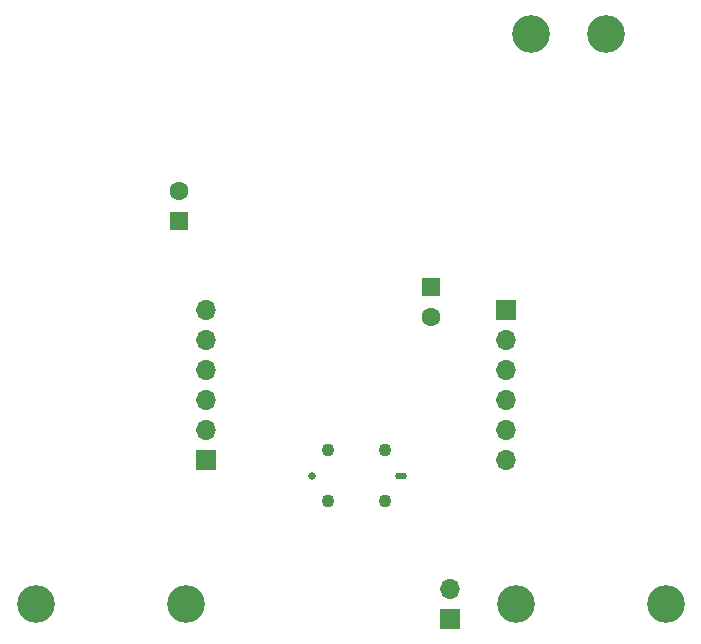
<source format=gbr>
%TF.GenerationSoftware,KiCad,Pcbnew,(6.0.9-0)*%
%TF.CreationDate,2023-03-14T17:35:55-07:00*%
%TF.ProjectId,MiniDusty,4d696e69-4475-4737-9479-2e6b69636164,rev?*%
%TF.SameCoordinates,Original*%
%TF.FileFunction,Soldermask,Bot*%
%TF.FilePolarity,Negative*%
%FSLAX46Y46*%
G04 Gerber Fmt 4.6, Leading zero omitted, Abs format (unit mm)*
G04 Created by KiCad (PCBNEW (6.0.9-0)) date 2023-03-14 17:35:55*
%MOMM*%
%LPD*%
G01*
G04 APERTURE LIST*
%ADD10C,3.200000*%
%ADD11R,1.700000X1.700000*%
%ADD12O,1.700000X1.700000*%
%ADD13C,0.660000*%
%ADD14O,1.000000X0.580000*%
%ADD15C,1.100000*%
%ADD16R,1.600000X1.600000*%
%ADD17C,1.600000*%
G04 APERTURE END LIST*
D10*
%TO.C,H2*%
X114300000Y-124460000D03*
%TD*%
D11*
%TO.C,J3*%
X128758000Y-112322000D03*
D12*
X128758000Y-109782000D03*
X128758000Y-107242000D03*
X128758000Y-104702000D03*
X128758000Y-102162000D03*
X128758000Y-99622000D03*
%TD*%
D10*
%TO.C,H6*%
X162560000Y-76200000D03*
%TD*%
D13*
%TO.C,J4*%
X137708000Y-113626000D03*
D14*
X145208000Y-113626000D03*
D15*
X139058000Y-111476000D03*
X139058000Y-115776000D03*
X143858000Y-115776000D03*
X143858000Y-111476000D03*
%TD*%
D16*
%TO.C,C3*%
X147808000Y-97654888D03*
D17*
X147808000Y-100154888D03*
%TD*%
D11*
%TO.C,J1*%
X149352000Y-125721000D03*
D12*
X149352000Y-123181000D03*
%TD*%
D10*
%TO.C,H3*%
X167640000Y-124460000D03*
%TD*%
D16*
%TO.C,C4*%
X126472000Y-92036000D03*
D17*
X126472000Y-89536000D03*
%TD*%
D10*
%TO.C,H5*%
X127000000Y-124460000D03*
%TD*%
%TO.C,H4*%
X156210000Y-76200000D03*
%TD*%
%TO.C,H1*%
X154940000Y-124460000D03*
%TD*%
D11*
%TO.C,J2*%
X154158000Y-99622000D03*
D12*
X154158000Y-102162000D03*
X154158000Y-104702000D03*
X154158000Y-107242000D03*
X154158000Y-109782000D03*
X154158000Y-112322000D03*
%TD*%
M02*

</source>
